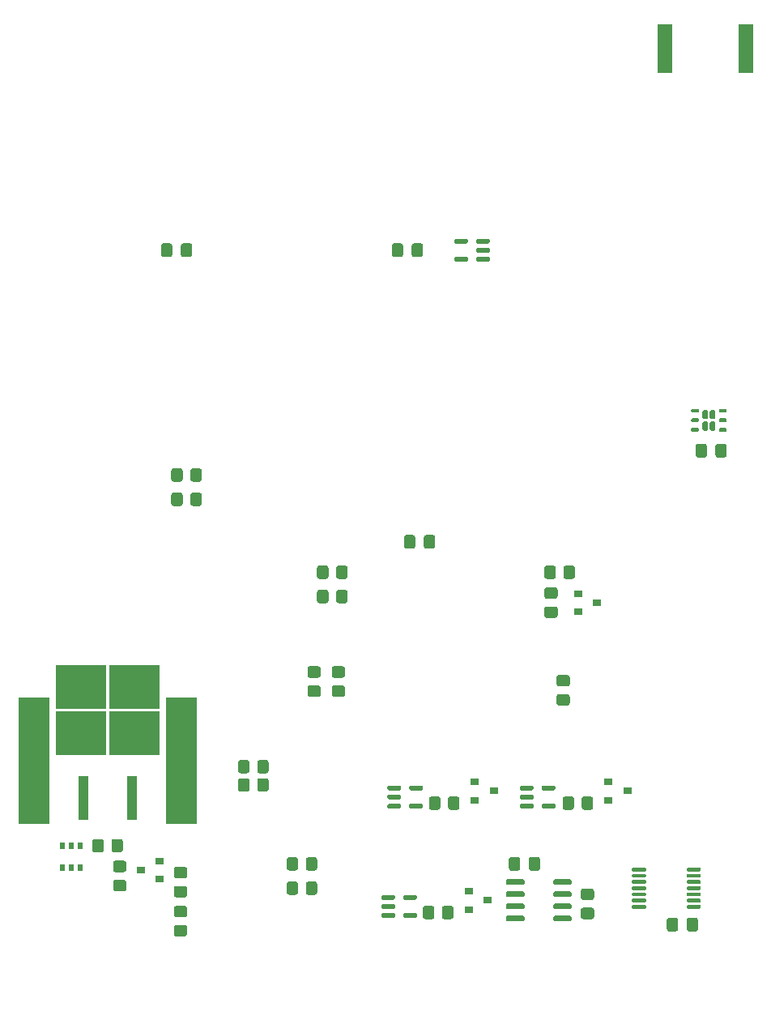
<source format=gbp>
%TF.GenerationSoftware,KiCad,Pcbnew,5.1.10*%
%TF.CreationDate,2021-06-27T23:22:59+02:00*%
%TF.ProjectId,main_v1,6d61696e-5f76-4312-9e6b-696361645f70,rev?*%
%TF.SameCoordinates,Original*%
%TF.FileFunction,Paste,Bot*%
%TF.FilePolarity,Positive*%
%FSLAX46Y46*%
G04 Gerber Fmt 4.6, Leading zero omitted, Abs format (unit mm)*
G04 Created by KiCad (PCBNEW 5.1.10) date 2021-06-27 23:22:59*
%MOMM*%
%LPD*%
G01*
G04 APERTURE LIST*
%ADD10R,3.250000X13.200000*%
%ADD11R,0.900000X0.800000*%
%ADD12R,0.510000X0.700000*%
%ADD13R,1.500000X5.080000*%
%ADD14R,5.250000X4.550000*%
%ADD15R,1.100000X4.600000*%
G04 APERTURE END LIST*
%TO.C,U22*%
G36*
G01*
X209125000Y-81475000D02*
X209125000Y-81725000D01*
G75*
G02*
X209000000Y-81850000I-125000J0D01*
G01*
X207825000Y-81850000D01*
G75*
G02*
X207700000Y-81725000I0J125000D01*
G01*
X207700000Y-81475000D01*
G75*
G02*
X207825000Y-81350000I125000J0D01*
G01*
X209000000Y-81350000D01*
G75*
G02*
X209125000Y-81475000I0J-125000D01*
G01*
G37*
G36*
G01*
X209125000Y-83375000D02*
X209125000Y-83625000D01*
G75*
G02*
X209000000Y-83750000I-125000J0D01*
G01*
X207825000Y-83750000D01*
G75*
G02*
X207700000Y-83625000I0J125000D01*
G01*
X207700000Y-83375000D01*
G75*
G02*
X207825000Y-83250000I125000J0D01*
G01*
X209000000Y-83250000D01*
G75*
G02*
X209125000Y-83375000I0J-125000D01*
G01*
G37*
G36*
G01*
X211400000Y-83375000D02*
X211400000Y-83625000D01*
G75*
G02*
X211275000Y-83750000I-125000J0D01*
G01*
X210100000Y-83750000D01*
G75*
G02*
X209975000Y-83625000I0J125000D01*
G01*
X209975000Y-83375000D01*
G75*
G02*
X210100000Y-83250000I125000J0D01*
G01*
X211275000Y-83250000D01*
G75*
G02*
X211400000Y-83375000I0J-125000D01*
G01*
G37*
G36*
G01*
X211400000Y-82425000D02*
X211400000Y-82675000D01*
G75*
G02*
X211275000Y-82800000I-125000J0D01*
G01*
X210100000Y-82800000D01*
G75*
G02*
X209975000Y-82675000I0J125000D01*
G01*
X209975000Y-82425000D01*
G75*
G02*
X210100000Y-82300000I125000J0D01*
G01*
X211275000Y-82300000D01*
G75*
G02*
X211400000Y-82425000I0J-125000D01*
G01*
G37*
G36*
G01*
X211400000Y-81475000D02*
X211400000Y-81725000D01*
G75*
G02*
X211275000Y-81850000I-125000J0D01*
G01*
X210100000Y-81850000D01*
G75*
G02*
X209975000Y-81725000I0J125000D01*
G01*
X209975000Y-81475000D01*
G75*
G02*
X210100000Y-81350000I125000J0D01*
G01*
X211275000Y-81350000D01*
G75*
G02*
X211400000Y-81475000I0J-125000D01*
G01*
G37*
%TD*%
D10*
%TO.C,HS1*%
X163750000Y-135890000D03*
X179150000Y-135890000D03*
%TD*%
%TO.C,C22*%
G36*
G01*
X203247500Y-83025000D02*
X203247500Y-82075000D01*
G75*
G02*
X203497500Y-81825000I250000J0D01*
G01*
X204172500Y-81825000D01*
G75*
G02*
X204422500Y-82075000I0J-250000D01*
G01*
X204422500Y-83025000D01*
G75*
G02*
X204172500Y-83275000I-250000J0D01*
G01*
X203497500Y-83275000D01*
G75*
G02*
X203247500Y-83025000I0J250000D01*
G01*
G37*
G36*
G01*
X201172500Y-83025000D02*
X201172500Y-82075000D01*
G75*
G02*
X201422500Y-81825000I250000J0D01*
G01*
X202097500Y-81825000D01*
G75*
G02*
X202347500Y-82075000I0J-250000D01*
G01*
X202347500Y-83025000D01*
G75*
G02*
X202097500Y-83275000I-250000J0D01*
G01*
X201422500Y-83275000D01*
G75*
G02*
X201172500Y-83025000I0J250000D01*
G01*
G37*
%TD*%
%TO.C,R30*%
G36*
G01*
X187090000Y-136975001D02*
X187090000Y-136074999D01*
G75*
G02*
X187339999Y-135825000I249999J0D01*
G01*
X188040001Y-135825000D01*
G75*
G02*
X188290000Y-136074999I0J-249999D01*
G01*
X188290000Y-136975001D01*
G75*
G02*
X188040001Y-137225000I-249999J0D01*
G01*
X187339999Y-137225000D01*
G75*
G02*
X187090000Y-136975001I0J249999D01*
G01*
G37*
G36*
G01*
X185090000Y-136975001D02*
X185090000Y-136074999D01*
G75*
G02*
X185339999Y-135825000I249999J0D01*
G01*
X186040001Y-135825000D01*
G75*
G02*
X186290000Y-136074999I0J-249999D01*
G01*
X186290000Y-136975001D01*
G75*
G02*
X186040001Y-137225000I-249999J0D01*
G01*
X185339999Y-137225000D01*
G75*
G02*
X185090000Y-136975001I0J249999D01*
G01*
G37*
%TD*%
%TO.C,R29*%
G36*
G01*
X186290000Y-137979999D02*
X186290000Y-138880001D01*
G75*
G02*
X186040001Y-139130000I-249999J0D01*
G01*
X185339999Y-139130000D01*
G75*
G02*
X185090000Y-138880001I0J249999D01*
G01*
X185090000Y-137979999D01*
G75*
G02*
X185339999Y-137730000I249999J0D01*
G01*
X186040001Y-137730000D01*
G75*
G02*
X186290000Y-137979999I0J-249999D01*
G01*
G37*
G36*
G01*
X188290000Y-137979999D02*
X188290000Y-138880001D01*
G75*
G02*
X188040001Y-139130000I-249999J0D01*
G01*
X187339999Y-139130000D01*
G75*
G02*
X187090000Y-138880001I0J249999D01*
G01*
X187090000Y-137979999D01*
G75*
G02*
X187339999Y-137730000I249999J0D01*
G01*
X188040001Y-137730000D01*
G75*
G02*
X188290000Y-137979999I0J-249999D01*
G01*
G37*
%TD*%
%TO.C,U4*%
G36*
G01*
X226270000Y-151275000D02*
X226270000Y-151075000D01*
G75*
G02*
X226370000Y-150975000I100000J0D01*
G01*
X227645000Y-150975000D01*
G75*
G02*
X227745000Y-151075000I0J-100000D01*
G01*
X227745000Y-151275000D01*
G75*
G02*
X227645000Y-151375000I-100000J0D01*
G01*
X226370000Y-151375000D01*
G75*
G02*
X226270000Y-151275000I0J100000D01*
G01*
G37*
G36*
G01*
X226270000Y-150625000D02*
X226270000Y-150425000D01*
G75*
G02*
X226370000Y-150325000I100000J0D01*
G01*
X227645000Y-150325000D01*
G75*
G02*
X227745000Y-150425000I0J-100000D01*
G01*
X227745000Y-150625000D01*
G75*
G02*
X227645000Y-150725000I-100000J0D01*
G01*
X226370000Y-150725000D01*
G75*
G02*
X226270000Y-150625000I0J100000D01*
G01*
G37*
G36*
G01*
X226270000Y-149975000D02*
X226270000Y-149775000D01*
G75*
G02*
X226370000Y-149675000I100000J0D01*
G01*
X227645000Y-149675000D01*
G75*
G02*
X227745000Y-149775000I0J-100000D01*
G01*
X227745000Y-149975000D01*
G75*
G02*
X227645000Y-150075000I-100000J0D01*
G01*
X226370000Y-150075000D01*
G75*
G02*
X226270000Y-149975000I0J100000D01*
G01*
G37*
G36*
G01*
X226270000Y-149325000D02*
X226270000Y-149125000D01*
G75*
G02*
X226370000Y-149025000I100000J0D01*
G01*
X227645000Y-149025000D01*
G75*
G02*
X227745000Y-149125000I0J-100000D01*
G01*
X227745000Y-149325000D01*
G75*
G02*
X227645000Y-149425000I-100000J0D01*
G01*
X226370000Y-149425000D01*
G75*
G02*
X226270000Y-149325000I0J100000D01*
G01*
G37*
G36*
G01*
X226270000Y-148675000D02*
X226270000Y-148475000D01*
G75*
G02*
X226370000Y-148375000I100000J0D01*
G01*
X227645000Y-148375000D01*
G75*
G02*
X227745000Y-148475000I0J-100000D01*
G01*
X227745000Y-148675000D01*
G75*
G02*
X227645000Y-148775000I-100000J0D01*
G01*
X226370000Y-148775000D01*
G75*
G02*
X226270000Y-148675000I0J100000D01*
G01*
G37*
G36*
G01*
X226270000Y-148025000D02*
X226270000Y-147825000D01*
G75*
G02*
X226370000Y-147725000I100000J0D01*
G01*
X227645000Y-147725000D01*
G75*
G02*
X227745000Y-147825000I0J-100000D01*
G01*
X227745000Y-148025000D01*
G75*
G02*
X227645000Y-148125000I-100000J0D01*
G01*
X226370000Y-148125000D01*
G75*
G02*
X226270000Y-148025000I0J100000D01*
G01*
G37*
G36*
G01*
X226270000Y-147375000D02*
X226270000Y-147175000D01*
G75*
G02*
X226370000Y-147075000I100000J0D01*
G01*
X227645000Y-147075000D01*
G75*
G02*
X227745000Y-147175000I0J-100000D01*
G01*
X227745000Y-147375000D01*
G75*
G02*
X227645000Y-147475000I-100000J0D01*
G01*
X226370000Y-147475000D01*
G75*
G02*
X226270000Y-147375000I0J100000D01*
G01*
G37*
G36*
G01*
X231995000Y-147375000D02*
X231995000Y-147175000D01*
G75*
G02*
X232095000Y-147075000I100000J0D01*
G01*
X233370000Y-147075000D01*
G75*
G02*
X233470000Y-147175000I0J-100000D01*
G01*
X233470000Y-147375000D01*
G75*
G02*
X233370000Y-147475000I-100000J0D01*
G01*
X232095000Y-147475000D01*
G75*
G02*
X231995000Y-147375000I0J100000D01*
G01*
G37*
G36*
G01*
X231995000Y-148025000D02*
X231995000Y-147825000D01*
G75*
G02*
X232095000Y-147725000I100000J0D01*
G01*
X233370000Y-147725000D01*
G75*
G02*
X233470000Y-147825000I0J-100000D01*
G01*
X233470000Y-148025000D01*
G75*
G02*
X233370000Y-148125000I-100000J0D01*
G01*
X232095000Y-148125000D01*
G75*
G02*
X231995000Y-148025000I0J100000D01*
G01*
G37*
G36*
G01*
X231995000Y-148675000D02*
X231995000Y-148475000D01*
G75*
G02*
X232095000Y-148375000I100000J0D01*
G01*
X233370000Y-148375000D01*
G75*
G02*
X233470000Y-148475000I0J-100000D01*
G01*
X233470000Y-148675000D01*
G75*
G02*
X233370000Y-148775000I-100000J0D01*
G01*
X232095000Y-148775000D01*
G75*
G02*
X231995000Y-148675000I0J100000D01*
G01*
G37*
G36*
G01*
X231995000Y-149325000D02*
X231995000Y-149125000D01*
G75*
G02*
X232095000Y-149025000I100000J0D01*
G01*
X233370000Y-149025000D01*
G75*
G02*
X233470000Y-149125000I0J-100000D01*
G01*
X233470000Y-149325000D01*
G75*
G02*
X233370000Y-149425000I-100000J0D01*
G01*
X232095000Y-149425000D01*
G75*
G02*
X231995000Y-149325000I0J100000D01*
G01*
G37*
G36*
G01*
X231995000Y-149975000D02*
X231995000Y-149775000D01*
G75*
G02*
X232095000Y-149675000I100000J0D01*
G01*
X233370000Y-149675000D01*
G75*
G02*
X233470000Y-149775000I0J-100000D01*
G01*
X233470000Y-149975000D01*
G75*
G02*
X233370000Y-150075000I-100000J0D01*
G01*
X232095000Y-150075000D01*
G75*
G02*
X231995000Y-149975000I0J100000D01*
G01*
G37*
G36*
G01*
X231995000Y-150625000D02*
X231995000Y-150425000D01*
G75*
G02*
X232095000Y-150325000I100000J0D01*
G01*
X233370000Y-150325000D01*
G75*
G02*
X233470000Y-150425000I0J-100000D01*
G01*
X233470000Y-150625000D01*
G75*
G02*
X233370000Y-150725000I-100000J0D01*
G01*
X232095000Y-150725000D01*
G75*
G02*
X231995000Y-150625000I0J100000D01*
G01*
G37*
G36*
G01*
X231995000Y-151275000D02*
X231995000Y-151075000D01*
G75*
G02*
X232095000Y-150975000I100000J0D01*
G01*
X233370000Y-150975000D01*
G75*
G02*
X233470000Y-151075000I0J-100000D01*
G01*
X233470000Y-151275000D01*
G75*
G02*
X233370000Y-151375000I-100000J0D01*
G01*
X232095000Y-151375000D01*
G75*
G02*
X231995000Y-151275000I0J100000D01*
G01*
G37*
%TD*%
%TO.C,C20*%
G36*
G01*
X231992500Y-153510000D02*
X231992500Y-152560000D01*
G75*
G02*
X232242500Y-152310000I250000J0D01*
G01*
X232917500Y-152310000D01*
G75*
G02*
X233167500Y-152560000I0J-250000D01*
G01*
X233167500Y-153510000D01*
G75*
G02*
X232917500Y-153760000I-250000J0D01*
G01*
X232242500Y-153760000D01*
G75*
G02*
X231992500Y-153510000I0J250000D01*
G01*
G37*
G36*
G01*
X229917500Y-153510000D02*
X229917500Y-152560000D01*
G75*
G02*
X230167500Y-152310000I250000J0D01*
G01*
X230842500Y-152310000D01*
G75*
G02*
X231092500Y-152560000I0J-250000D01*
G01*
X231092500Y-153510000D01*
G75*
G02*
X230842500Y-153760000I-250000J0D01*
G01*
X230167500Y-153760000D01*
G75*
G02*
X229917500Y-153510000I0J250000D01*
G01*
G37*
%TD*%
%TO.C,R41*%
G36*
G01*
X219525001Y-128140000D02*
X218624999Y-128140000D01*
G75*
G02*
X218375000Y-127890001I0J249999D01*
G01*
X218375000Y-127189999D01*
G75*
G02*
X218624999Y-126940000I249999J0D01*
G01*
X219525001Y-126940000D01*
G75*
G02*
X219775000Y-127189999I0J-249999D01*
G01*
X219775000Y-127890001D01*
G75*
G02*
X219525001Y-128140000I-249999J0D01*
G01*
G37*
G36*
G01*
X219525001Y-130140000D02*
X218624999Y-130140000D01*
G75*
G02*
X218375000Y-129890001I0J249999D01*
G01*
X218375000Y-129189999D01*
G75*
G02*
X218624999Y-128940000I249999J0D01*
G01*
X219525001Y-128940000D01*
G75*
G02*
X219775000Y-129189999I0J-249999D01*
G01*
X219775000Y-129890001D01*
G75*
G02*
X219525001Y-130140000I-249999J0D01*
G01*
G37*
%TD*%
%TO.C,R40*%
G36*
G01*
X179520001Y-152270000D02*
X178619999Y-152270000D01*
G75*
G02*
X178370000Y-152020001I0J249999D01*
G01*
X178370000Y-151319999D01*
G75*
G02*
X178619999Y-151070000I249999J0D01*
G01*
X179520001Y-151070000D01*
G75*
G02*
X179770000Y-151319999I0J-249999D01*
G01*
X179770000Y-152020001D01*
G75*
G02*
X179520001Y-152270000I-249999J0D01*
G01*
G37*
G36*
G01*
X179520001Y-154270000D02*
X178619999Y-154270000D01*
G75*
G02*
X178370000Y-154020001I0J249999D01*
G01*
X178370000Y-153319999D01*
G75*
G02*
X178619999Y-153070000I249999J0D01*
G01*
X179520001Y-153070000D01*
G75*
G02*
X179770000Y-153319999I0J-249999D01*
G01*
X179770000Y-154020001D01*
G75*
G02*
X179520001Y-154270000I-249999J0D01*
G01*
G37*
%TD*%
%TO.C,R39*%
G36*
G01*
X178619999Y-148990000D02*
X179520001Y-148990000D01*
G75*
G02*
X179770000Y-149239999I0J-249999D01*
G01*
X179770000Y-149940001D01*
G75*
G02*
X179520001Y-150190000I-249999J0D01*
G01*
X178619999Y-150190000D01*
G75*
G02*
X178370000Y-149940001I0J249999D01*
G01*
X178370000Y-149239999D01*
G75*
G02*
X178619999Y-148990000I249999J0D01*
G01*
G37*
G36*
G01*
X178619999Y-146990000D02*
X179520001Y-146990000D01*
G75*
G02*
X179770000Y-147239999I0J-249999D01*
G01*
X179770000Y-147940001D01*
G75*
G02*
X179520001Y-148190000I-249999J0D01*
G01*
X178619999Y-148190000D01*
G75*
G02*
X178370000Y-147940001I0J249999D01*
G01*
X178370000Y-147239999D01*
G75*
G02*
X178619999Y-146990000I249999J0D01*
G01*
G37*
%TD*%
%TO.C,R20*%
G36*
G01*
X172269999Y-148355000D02*
X173170001Y-148355000D01*
G75*
G02*
X173420000Y-148604999I0J-249999D01*
G01*
X173420000Y-149305001D01*
G75*
G02*
X173170001Y-149555000I-249999J0D01*
G01*
X172269999Y-149555000D01*
G75*
G02*
X172020000Y-149305001I0J249999D01*
G01*
X172020000Y-148604999D01*
G75*
G02*
X172269999Y-148355000I249999J0D01*
G01*
G37*
G36*
G01*
X172269999Y-146355000D02*
X173170001Y-146355000D01*
G75*
G02*
X173420000Y-146604999I0J-249999D01*
G01*
X173420000Y-147305001D01*
G75*
G02*
X173170001Y-147555000I-249999J0D01*
G01*
X172269999Y-147555000D01*
G75*
G02*
X172020000Y-147305001I0J249999D01*
G01*
X172020000Y-146604999D01*
G75*
G02*
X172269999Y-146355000I249999J0D01*
G01*
G37*
%TD*%
%TO.C,R4*%
G36*
G01*
X171850000Y-145230001D02*
X171850000Y-144329999D01*
G75*
G02*
X172099999Y-144080000I249999J0D01*
G01*
X172800001Y-144080000D01*
G75*
G02*
X173050000Y-144329999I0J-249999D01*
G01*
X173050000Y-145230001D01*
G75*
G02*
X172800001Y-145480000I-249999J0D01*
G01*
X172099999Y-145480000D01*
G75*
G02*
X171850000Y-145230001I0J249999D01*
G01*
G37*
G36*
G01*
X169850000Y-145230001D02*
X169850000Y-144329999D01*
G75*
G02*
X170099999Y-144080000I249999J0D01*
G01*
X170800001Y-144080000D01*
G75*
G02*
X171050000Y-144329999I0J-249999D01*
G01*
X171050000Y-145230001D01*
G75*
G02*
X170800001Y-145480000I-249999J0D01*
G01*
X170099999Y-145480000D01*
G75*
G02*
X169850000Y-145230001I0J249999D01*
G01*
G37*
%TD*%
D11*
%TO.C,Q11*%
X174895000Y-147320000D03*
X176895000Y-148270000D03*
X176895000Y-146370000D03*
%TD*%
D12*
%TO.C,Q3*%
X166690000Y-147100000D03*
X167640000Y-147100000D03*
X168590000Y-147100000D03*
X168590000Y-144780000D03*
X167640000Y-144780000D03*
X166690000Y-144780000D03*
%TD*%
%TO.C,U30*%
G36*
G01*
X234240000Y-100595000D02*
X234240000Y-101265000D01*
G75*
G02*
X234090000Y-101415000I-150000J0D01*
G01*
X233790000Y-101415000D01*
G75*
G02*
X233640000Y-101265000I0J150000D01*
G01*
X233640000Y-100595000D01*
G75*
G02*
X233790000Y-100445000I150000J0D01*
G01*
X234090000Y-100445000D01*
G75*
G02*
X234240000Y-100595000I0J-150000D01*
G01*
G37*
G36*
G01*
X234240000Y-99395000D02*
X234240000Y-100065000D01*
G75*
G02*
X234090000Y-100215000I-150000J0D01*
G01*
X233790000Y-100215000D01*
G75*
G02*
X233640000Y-100065000I0J150000D01*
G01*
X233640000Y-99395000D01*
G75*
G02*
X233790000Y-99245000I150000J0D01*
G01*
X234090000Y-99245000D01*
G75*
G02*
X234240000Y-99395000I0J-150000D01*
G01*
G37*
G36*
G01*
X234990000Y-100595000D02*
X234990000Y-101265000D01*
G75*
G02*
X234840000Y-101415000I-150000J0D01*
G01*
X234540000Y-101415000D01*
G75*
G02*
X234390000Y-101265000I0J150000D01*
G01*
X234390000Y-100595000D01*
G75*
G02*
X234540000Y-100445000I150000J0D01*
G01*
X234840000Y-100445000D01*
G75*
G02*
X234990000Y-100595000I0J-150000D01*
G01*
G37*
G36*
G01*
X234990000Y-99395000D02*
X234990000Y-100065000D01*
G75*
G02*
X234840000Y-100215000I-150000J0D01*
G01*
X234540000Y-100215000D01*
G75*
G02*
X234390000Y-100065000I0J150000D01*
G01*
X234390000Y-99395000D01*
G75*
G02*
X234540000Y-99245000I150000J0D01*
G01*
X234840000Y-99245000D01*
G75*
G02*
X234990000Y-99395000I0J-150000D01*
G01*
G37*
G36*
G01*
X233265000Y-99230000D02*
X233265000Y-99430000D01*
G75*
G02*
X233165000Y-99530000I-100000J0D01*
G01*
X232565000Y-99530000D01*
G75*
G02*
X232465000Y-99430000I0J100000D01*
G01*
X232465000Y-99230000D01*
G75*
G02*
X232565000Y-99130000I100000J0D01*
G01*
X233165000Y-99130000D01*
G75*
G02*
X233265000Y-99230000I0J-100000D01*
G01*
G37*
G36*
G01*
X233265000Y-100230000D02*
X233265000Y-100430000D01*
G75*
G02*
X233165000Y-100530000I-100000J0D01*
G01*
X232565000Y-100530000D01*
G75*
G02*
X232465000Y-100430000I0J100000D01*
G01*
X232465000Y-100230000D01*
G75*
G02*
X232565000Y-100130000I100000J0D01*
G01*
X233165000Y-100130000D01*
G75*
G02*
X233265000Y-100230000I0J-100000D01*
G01*
G37*
G36*
G01*
X233265000Y-101230000D02*
X233265000Y-101430000D01*
G75*
G02*
X233165000Y-101530000I-100000J0D01*
G01*
X232565000Y-101530000D01*
G75*
G02*
X232465000Y-101430000I0J100000D01*
G01*
X232465000Y-101230000D01*
G75*
G02*
X232565000Y-101130000I100000J0D01*
G01*
X233165000Y-101130000D01*
G75*
G02*
X233265000Y-101230000I0J-100000D01*
G01*
G37*
G36*
G01*
X236165000Y-101230000D02*
X236165000Y-101430000D01*
G75*
G02*
X236065000Y-101530000I-100000J0D01*
G01*
X235465000Y-101530000D01*
G75*
G02*
X235365000Y-101430000I0J100000D01*
G01*
X235365000Y-101230000D01*
G75*
G02*
X235465000Y-101130000I100000J0D01*
G01*
X236065000Y-101130000D01*
G75*
G02*
X236165000Y-101230000I0J-100000D01*
G01*
G37*
G36*
G01*
X236165000Y-100230000D02*
X236165000Y-100430000D01*
G75*
G02*
X236065000Y-100530000I-100000J0D01*
G01*
X235465000Y-100530000D01*
G75*
G02*
X235365000Y-100430000I0J100000D01*
G01*
X235365000Y-100230000D01*
G75*
G02*
X235465000Y-100130000I100000J0D01*
G01*
X236065000Y-100130000D01*
G75*
G02*
X236165000Y-100230000I0J-100000D01*
G01*
G37*
G36*
G01*
X236165000Y-99230000D02*
X236165000Y-99430000D01*
G75*
G02*
X236065000Y-99530000I-100000J0D01*
G01*
X235465000Y-99530000D01*
G75*
G02*
X235365000Y-99430000I0J100000D01*
G01*
X235365000Y-99230000D01*
G75*
G02*
X235465000Y-99130000I100000J0D01*
G01*
X236065000Y-99130000D01*
G75*
G02*
X236165000Y-99230000I0J-100000D01*
G01*
G37*
%TD*%
%TO.C,U21*%
G36*
G01*
X202355000Y-152205000D02*
X202355000Y-151955000D01*
G75*
G02*
X202480000Y-151830000I125000J0D01*
G01*
X203655000Y-151830000D01*
G75*
G02*
X203780000Y-151955000I0J-125000D01*
G01*
X203780000Y-152205000D01*
G75*
G02*
X203655000Y-152330000I-125000J0D01*
G01*
X202480000Y-152330000D01*
G75*
G02*
X202355000Y-152205000I0J125000D01*
G01*
G37*
G36*
G01*
X202355000Y-150305000D02*
X202355000Y-150055000D01*
G75*
G02*
X202480000Y-149930000I125000J0D01*
G01*
X203655000Y-149930000D01*
G75*
G02*
X203780000Y-150055000I0J-125000D01*
G01*
X203780000Y-150305000D01*
G75*
G02*
X203655000Y-150430000I-125000J0D01*
G01*
X202480000Y-150430000D01*
G75*
G02*
X202355000Y-150305000I0J125000D01*
G01*
G37*
G36*
G01*
X200080000Y-150305000D02*
X200080000Y-150055000D01*
G75*
G02*
X200205000Y-149930000I125000J0D01*
G01*
X201380000Y-149930000D01*
G75*
G02*
X201505000Y-150055000I0J-125000D01*
G01*
X201505000Y-150305000D01*
G75*
G02*
X201380000Y-150430000I-125000J0D01*
G01*
X200205000Y-150430000D01*
G75*
G02*
X200080000Y-150305000I0J125000D01*
G01*
G37*
G36*
G01*
X200080000Y-151255000D02*
X200080000Y-151005000D01*
G75*
G02*
X200205000Y-150880000I125000J0D01*
G01*
X201380000Y-150880000D01*
G75*
G02*
X201505000Y-151005000I0J-125000D01*
G01*
X201505000Y-151255000D01*
G75*
G02*
X201380000Y-151380000I-125000J0D01*
G01*
X200205000Y-151380000D01*
G75*
G02*
X200080000Y-151255000I0J125000D01*
G01*
G37*
G36*
G01*
X200080000Y-152205000D02*
X200080000Y-151955000D01*
G75*
G02*
X200205000Y-151830000I125000J0D01*
G01*
X201380000Y-151830000D01*
G75*
G02*
X201505000Y-151955000I0J-125000D01*
G01*
X201505000Y-152205000D01*
G75*
G02*
X201380000Y-152330000I-125000J0D01*
G01*
X200205000Y-152330000D01*
G75*
G02*
X200080000Y-152205000I0J125000D01*
G01*
G37*
%TD*%
%TO.C,U19*%
G36*
G01*
X216827500Y-140775000D02*
X216827500Y-140525000D01*
G75*
G02*
X216952500Y-140400000I125000J0D01*
G01*
X218127500Y-140400000D01*
G75*
G02*
X218252500Y-140525000I0J-125000D01*
G01*
X218252500Y-140775000D01*
G75*
G02*
X218127500Y-140900000I-125000J0D01*
G01*
X216952500Y-140900000D01*
G75*
G02*
X216827500Y-140775000I0J125000D01*
G01*
G37*
G36*
G01*
X216827500Y-138875000D02*
X216827500Y-138625000D01*
G75*
G02*
X216952500Y-138500000I125000J0D01*
G01*
X218127500Y-138500000D01*
G75*
G02*
X218252500Y-138625000I0J-125000D01*
G01*
X218252500Y-138875000D01*
G75*
G02*
X218127500Y-139000000I-125000J0D01*
G01*
X216952500Y-139000000D01*
G75*
G02*
X216827500Y-138875000I0J125000D01*
G01*
G37*
G36*
G01*
X214552500Y-138875000D02*
X214552500Y-138625000D01*
G75*
G02*
X214677500Y-138500000I125000J0D01*
G01*
X215852500Y-138500000D01*
G75*
G02*
X215977500Y-138625000I0J-125000D01*
G01*
X215977500Y-138875000D01*
G75*
G02*
X215852500Y-139000000I-125000J0D01*
G01*
X214677500Y-139000000D01*
G75*
G02*
X214552500Y-138875000I0J125000D01*
G01*
G37*
G36*
G01*
X214552500Y-139825000D02*
X214552500Y-139575000D01*
G75*
G02*
X214677500Y-139450000I125000J0D01*
G01*
X215852500Y-139450000D01*
G75*
G02*
X215977500Y-139575000I0J-125000D01*
G01*
X215977500Y-139825000D01*
G75*
G02*
X215852500Y-139950000I-125000J0D01*
G01*
X214677500Y-139950000D01*
G75*
G02*
X214552500Y-139825000I0J125000D01*
G01*
G37*
G36*
G01*
X214552500Y-140775000D02*
X214552500Y-140525000D01*
G75*
G02*
X214677500Y-140400000I125000J0D01*
G01*
X215852500Y-140400000D01*
G75*
G02*
X215977500Y-140525000I0J-125000D01*
G01*
X215977500Y-140775000D01*
G75*
G02*
X215852500Y-140900000I-125000J0D01*
G01*
X214677500Y-140900000D01*
G75*
G02*
X214552500Y-140775000I0J125000D01*
G01*
G37*
%TD*%
%TO.C,U18*%
G36*
G01*
X202990000Y-140775000D02*
X202990000Y-140525000D01*
G75*
G02*
X203115000Y-140400000I125000J0D01*
G01*
X204290000Y-140400000D01*
G75*
G02*
X204415000Y-140525000I0J-125000D01*
G01*
X204415000Y-140775000D01*
G75*
G02*
X204290000Y-140900000I-125000J0D01*
G01*
X203115000Y-140900000D01*
G75*
G02*
X202990000Y-140775000I0J125000D01*
G01*
G37*
G36*
G01*
X202990000Y-138875000D02*
X202990000Y-138625000D01*
G75*
G02*
X203115000Y-138500000I125000J0D01*
G01*
X204290000Y-138500000D01*
G75*
G02*
X204415000Y-138625000I0J-125000D01*
G01*
X204415000Y-138875000D01*
G75*
G02*
X204290000Y-139000000I-125000J0D01*
G01*
X203115000Y-139000000D01*
G75*
G02*
X202990000Y-138875000I0J125000D01*
G01*
G37*
G36*
G01*
X200715000Y-138875000D02*
X200715000Y-138625000D01*
G75*
G02*
X200840000Y-138500000I125000J0D01*
G01*
X202015000Y-138500000D01*
G75*
G02*
X202140000Y-138625000I0J-125000D01*
G01*
X202140000Y-138875000D01*
G75*
G02*
X202015000Y-139000000I-125000J0D01*
G01*
X200840000Y-139000000D01*
G75*
G02*
X200715000Y-138875000I0J125000D01*
G01*
G37*
G36*
G01*
X200715000Y-139825000D02*
X200715000Y-139575000D01*
G75*
G02*
X200840000Y-139450000I125000J0D01*
G01*
X202015000Y-139450000D01*
G75*
G02*
X202140000Y-139575000I0J-125000D01*
G01*
X202140000Y-139825000D01*
G75*
G02*
X202015000Y-139950000I-125000J0D01*
G01*
X200840000Y-139950000D01*
G75*
G02*
X200715000Y-139825000I0J125000D01*
G01*
G37*
G36*
G01*
X200715000Y-140775000D02*
X200715000Y-140525000D01*
G75*
G02*
X200840000Y-140400000I125000J0D01*
G01*
X202015000Y-140400000D01*
G75*
G02*
X202140000Y-140525000I0J-125000D01*
G01*
X202140000Y-140775000D01*
G75*
G02*
X202015000Y-140900000I-125000J0D01*
G01*
X200840000Y-140900000D01*
G75*
G02*
X200715000Y-140775000I0J125000D01*
G01*
G37*
%TD*%
%TO.C,U17*%
G36*
G01*
X218035000Y-152550000D02*
X218035000Y-152250000D01*
G75*
G02*
X218185000Y-152100000I150000J0D01*
G01*
X219835000Y-152100000D01*
G75*
G02*
X219985000Y-152250000I0J-150000D01*
G01*
X219985000Y-152550000D01*
G75*
G02*
X219835000Y-152700000I-150000J0D01*
G01*
X218185000Y-152700000D01*
G75*
G02*
X218035000Y-152550000I0J150000D01*
G01*
G37*
G36*
G01*
X218035000Y-151280000D02*
X218035000Y-150980000D01*
G75*
G02*
X218185000Y-150830000I150000J0D01*
G01*
X219835000Y-150830000D01*
G75*
G02*
X219985000Y-150980000I0J-150000D01*
G01*
X219985000Y-151280000D01*
G75*
G02*
X219835000Y-151430000I-150000J0D01*
G01*
X218185000Y-151430000D01*
G75*
G02*
X218035000Y-151280000I0J150000D01*
G01*
G37*
G36*
G01*
X218035000Y-150010000D02*
X218035000Y-149710000D01*
G75*
G02*
X218185000Y-149560000I150000J0D01*
G01*
X219835000Y-149560000D01*
G75*
G02*
X219985000Y-149710000I0J-150000D01*
G01*
X219985000Y-150010000D01*
G75*
G02*
X219835000Y-150160000I-150000J0D01*
G01*
X218185000Y-150160000D01*
G75*
G02*
X218035000Y-150010000I0J150000D01*
G01*
G37*
G36*
G01*
X218035000Y-148740000D02*
X218035000Y-148440000D01*
G75*
G02*
X218185000Y-148290000I150000J0D01*
G01*
X219835000Y-148290000D01*
G75*
G02*
X219985000Y-148440000I0J-150000D01*
G01*
X219985000Y-148740000D01*
G75*
G02*
X219835000Y-148890000I-150000J0D01*
G01*
X218185000Y-148890000D01*
G75*
G02*
X218035000Y-148740000I0J150000D01*
G01*
G37*
G36*
G01*
X213085000Y-148740000D02*
X213085000Y-148440000D01*
G75*
G02*
X213235000Y-148290000I150000J0D01*
G01*
X214885000Y-148290000D01*
G75*
G02*
X215035000Y-148440000I0J-150000D01*
G01*
X215035000Y-148740000D01*
G75*
G02*
X214885000Y-148890000I-150000J0D01*
G01*
X213235000Y-148890000D01*
G75*
G02*
X213085000Y-148740000I0J150000D01*
G01*
G37*
G36*
G01*
X213085000Y-150010000D02*
X213085000Y-149710000D01*
G75*
G02*
X213235000Y-149560000I150000J0D01*
G01*
X214885000Y-149560000D01*
G75*
G02*
X215035000Y-149710000I0J-150000D01*
G01*
X215035000Y-150010000D01*
G75*
G02*
X214885000Y-150160000I-150000J0D01*
G01*
X213235000Y-150160000D01*
G75*
G02*
X213085000Y-150010000I0J150000D01*
G01*
G37*
G36*
G01*
X213085000Y-151280000D02*
X213085000Y-150980000D01*
G75*
G02*
X213235000Y-150830000I150000J0D01*
G01*
X214885000Y-150830000D01*
G75*
G02*
X215035000Y-150980000I0J-150000D01*
G01*
X215035000Y-151280000D01*
G75*
G02*
X214885000Y-151430000I-150000J0D01*
G01*
X213235000Y-151430000D01*
G75*
G02*
X213085000Y-151280000I0J150000D01*
G01*
G37*
G36*
G01*
X213085000Y-152550000D02*
X213085000Y-152250000D01*
G75*
G02*
X213235000Y-152100000I150000J0D01*
G01*
X214885000Y-152100000D01*
G75*
G02*
X215035000Y-152250000I0J-150000D01*
G01*
X215035000Y-152550000D01*
G75*
G02*
X214885000Y-152700000I-150000J0D01*
G01*
X213235000Y-152700000D01*
G75*
G02*
X213085000Y-152550000I0J150000D01*
G01*
G37*
%TD*%
%TO.C,R24*%
G36*
G01*
X191370000Y-146234999D02*
X191370000Y-147135001D01*
G75*
G02*
X191120001Y-147385000I-249999J0D01*
G01*
X190419999Y-147385000D01*
G75*
G02*
X190170000Y-147135001I0J249999D01*
G01*
X190170000Y-146234999D01*
G75*
G02*
X190419999Y-145985000I249999J0D01*
G01*
X191120001Y-145985000D01*
G75*
G02*
X191370000Y-146234999I0J-249999D01*
G01*
G37*
G36*
G01*
X193370000Y-146234999D02*
X193370000Y-147135001D01*
G75*
G02*
X193120001Y-147385000I-249999J0D01*
G01*
X192419999Y-147385000D01*
G75*
G02*
X192170000Y-147135001I0J249999D01*
G01*
X192170000Y-146234999D01*
G75*
G02*
X192419999Y-145985000I249999J0D01*
G01*
X193120001Y-145985000D01*
G75*
G02*
X193370000Y-146234999I0J-249999D01*
G01*
G37*
%TD*%
%TO.C,R22*%
G36*
G01*
X193490001Y-127235000D02*
X192589999Y-127235000D01*
G75*
G02*
X192340000Y-126985001I0J249999D01*
G01*
X192340000Y-126284999D01*
G75*
G02*
X192589999Y-126035000I249999J0D01*
G01*
X193490001Y-126035000D01*
G75*
G02*
X193740000Y-126284999I0J-249999D01*
G01*
X193740000Y-126985001D01*
G75*
G02*
X193490001Y-127235000I-249999J0D01*
G01*
G37*
G36*
G01*
X193490001Y-129235000D02*
X192589999Y-129235000D01*
G75*
G02*
X192340000Y-128985001I0J249999D01*
G01*
X192340000Y-128284999D01*
G75*
G02*
X192589999Y-128035000I249999J0D01*
G01*
X193490001Y-128035000D01*
G75*
G02*
X193740000Y-128284999I0J-249999D01*
G01*
X193740000Y-128985001D01*
G75*
G02*
X193490001Y-129235000I-249999J0D01*
G01*
G37*
%TD*%
%TO.C,R21*%
G36*
G01*
X191370000Y-148774999D02*
X191370000Y-149675001D01*
G75*
G02*
X191120001Y-149925000I-249999J0D01*
G01*
X190419999Y-149925000D01*
G75*
G02*
X190170000Y-149675001I0J249999D01*
G01*
X190170000Y-148774999D01*
G75*
G02*
X190419999Y-148525000I249999J0D01*
G01*
X191120001Y-148525000D01*
G75*
G02*
X191370000Y-148774999I0J-249999D01*
G01*
G37*
G36*
G01*
X193370000Y-148774999D02*
X193370000Y-149675001D01*
G75*
G02*
X193120001Y-149925000I-249999J0D01*
G01*
X192419999Y-149925000D01*
G75*
G02*
X192170000Y-149675001I0J249999D01*
G01*
X192170000Y-148774999D01*
G75*
G02*
X192419999Y-148525000I249999J0D01*
G01*
X193120001Y-148525000D01*
G75*
G02*
X193370000Y-148774999I0J-249999D01*
G01*
G37*
%TD*%
%TO.C,R17*%
G36*
G01*
X206410000Y-152215001D02*
X206410000Y-151314999D01*
G75*
G02*
X206659999Y-151065000I249999J0D01*
G01*
X207360001Y-151065000D01*
G75*
G02*
X207610000Y-151314999I0J-249999D01*
G01*
X207610000Y-152215001D01*
G75*
G02*
X207360001Y-152465000I-249999J0D01*
G01*
X206659999Y-152465000D01*
G75*
G02*
X206410000Y-152215001I0J249999D01*
G01*
G37*
G36*
G01*
X204410000Y-152215001D02*
X204410000Y-151314999D01*
G75*
G02*
X204659999Y-151065000I249999J0D01*
G01*
X205360001Y-151065000D01*
G75*
G02*
X205610000Y-151314999I0J-249999D01*
G01*
X205610000Y-152215001D01*
G75*
G02*
X205360001Y-152465000I-249999J0D01*
G01*
X204659999Y-152465000D01*
G75*
G02*
X204410000Y-152215001I0J249999D01*
G01*
G37*
%TD*%
%TO.C,R14*%
G36*
G01*
X221015000Y-140785001D02*
X221015000Y-139884999D01*
G75*
G02*
X221264999Y-139635000I249999J0D01*
G01*
X221965001Y-139635000D01*
G75*
G02*
X222215000Y-139884999I0J-249999D01*
G01*
X222215000Y-140785001D01*
G75*
G02*
X221965001Y-141035000I-249999J0D01*
G01*
X221264999Y-141035000D01*
G75*
G02*
X221015000Y-140785001I0J249999D01*
G01*
G37*
G36*
G01*
X219015000Y-140785001D02*
X219015000Y-139884999D01*
G75*
G02*
X219264999Y-139635000I249999J0D01*
G01*
X219965001Y-139635000D01*
G75*
G02*
X220215000Y-139884999I0J-249999D01*
G01*
X220215000Y-140785001D01*
G75*
G02*
X219965001Y-141035000I-249999J0D01*
G01*
X219264999Y-141035000D01*
G75*
G02*
X219015000Y-140785001I0J249999D01*
G01*
G37*
%TD*%
%TO.C,R13*%
G36*
G01*
X207045000Y-140785001D02*
X207045000Y-139884999D01*
G75*
G02*
X207294999Y-139635000I249999J0D01*
G01*
X207995001Y-139635000D01*
G75*
G02*
X208245000Y-139884999I0J-249999D01*
G01*
X208245000Y-140785001D01*
G75*
G02*
X207995001Y-141035000I-249999J0D01*
G01*
X207294999Y-141035000D01*
G75*
G02*
X207045000Y-140785001I0J249999D01*
G01*
G37*
G36*
G01*
X205045000Y-140785001D02*
X205045000Y-139884999D01*
G75*
G02*
X205294999Y-139635000I249999J0D01*
G01*
X205995001Y-139635000D01*
G75*
G02*
X206245000Y-139884999I0J-249999D01*
G01*
X206245000Y-140785001D01*
G75*
G02*
X205995001Y-141035000I-249999J0D01*
G01*
X205294999Y-141035000D01*
G75*
G02*
X205045000Y-140785001I0J249999D01*
G01*
G37*
%TD*%
%TO.C,R5*%
G36*
G01*
X195129999Y-128035000D02*
X196030001Y-128035000D01*
G75*
G02*
X196280000Y-128284999I0J-249999D01*
G01*
X196280000Y-128985001D01*
G75*
G02*
X196030001Y-129235000I-249999J0D01*
G01*
X195129999Y-129235000D01*
G75*
G02*
X194880000Y-128985001I0J249999D01*
G01*
X194880000Y-128284999D01*
G75*
G02*
X195129999Y-128035000I249999J0D01*
G01*
G37*
G36*
G01*
X195129999Y-126035000D02*
X196030001Y-126035000D01*
G75*
G02*
X196280000Y-126284999I0J-249999D01*
G01*
X196280000Y-126985001D01*
G75*
G02*
X196030001Y-127235000I-249999J0D01*
G01*
X195129999Y-127235000D01*
G75*
G02*
X194880000Y-126985001I0J249999D01*
G01*
X194880000Y-126284999D01*
G75*
G02*
X195129999Y-126035000I249999J0D01*
G01*
G37*
%TD*%
%TO.C,R2*%
G36*
G01*
X222065001Y-150460000D02*
X221164999Y-150460000D01*
G75*
G02*
X220915000Y-150210001I0J249999D01*
G01*
X220915000Y-149509999D01*
G75*
G02*
X221164999Y-149260000I249999J0D01*
G01*
X222065001Y-149260000D01*
G75*
G02*
X222315000Y-149509999I0J-249999D01*
G01*
X222315000Y-150210001D01*
G75*
G02*
X222065001Y-150460000I-249999J0D01*
G01*
G37*
G36*
G01*
X222065001Y-152460000D02*
X221164999Y-152460000D01*
G75*
G02*
X220915000Y-152210001I0J249999D01*
G01*
X220915000Y-151509999D01*
G75*
G02*
X221164999Y-151260000I249999J0D01*
G01*
X222065001Y-151260000D01*
G75*
G02*
X222315000Y-151509999I0J-249999D01*
G01*
X222315000Y-152210001D01*
G75*
G02*
X222065001Y-152460000I-249999J0D01*
G01*
G37*
%TD*%
D11*
%TO.C,Q7*%
X211185000Y-150495000D03*
X209185000Y-149545000D03*
X209185000Y-151445000D03*
%TD*%
%TO.C,Q5*%
X225790000Y-139065000D03*
X223790000Y-138115000D03*
X223790000Y-140015000D03*
%TD*%
%TO.C,Q4*%
X211820000Y-139065000D03*
X209820000Y-138115000D03*
X209820000Y-140015000D03*
%TD*%
D13*
%TO.C,J9*%
X229684000Y-61468000D03*
X238184000Y-61468000D03*
%TD*%
%TO.C,C18*%
G36*
G01*
X214582500Y-146210000D02*
X214582500Y-147160000D01*
G75*
G02*
X214332500Y-147410000I-250000J0D01*
G01*
X213657500Y-147410000D01*
G75*
G02*
X213407500Y-147160000I0J250000D01*
G01*
X213407500Y-146210000D01*
G75*
G02*
X213657500Y-145960000I250000J0D01*
G01*
X214332500Y-145960000D01*
G75*
G02*
X214582500Y-146210000I0J-250000D01*
G01*
G37*
G36*
G01*
X216657500Y-146210000D02*
X216657500Y-147160000D01*
G75*
G02*
X216407500Y-147410000I-250000J0D01*
G01*
X215732500Y-147410000D01*
G75*
G02*
X215482500Y-147160000I0J250000D01*
G01*
X215482500Y-146210000D01*
G75*
G02*
X215732500Y-145960000I250000J0D01*
G01*
X216407500Y-145960000D01*
G75*
G02*
X216657500Y-146210000I0J-250000D01*
G01*
G37*
%TD*%
%TO.C,C2*%
G36*
G01*
X204517500Y-113505000D02*
X204517500Y-112555000D01*
G75*
G02*
X204767500Y-112305000I250000J0D01*
G01*
X205442500Y-112305000D01*
G75*
G02*
X205692500Y-112555000I0J-250000D01*
G01*
X205692500Y-113505000D01*
G75*
G02*
X205442500Y-113755000I-250000J0D01*
G01*
X204767500Y-113755000D01*
G75*
G02*
X204517500Y-113505000I0J250000D01*
G01*
G37*
G36*
G01*
X202442500Y-113505000D02*
X202442500Y-112555000D01*
G75*
G02*
X202692500Y-112305000I250000J0D01*
G01*
X203367500Y-112305000D01*
G75*
G02*
X203617500Y-112555000I0J-250000D01*
G01*
X203617500Y-113505000D01*
G75*
G02*
X203367500Y-113755000I-250000J0D01*
G01*
X202692500Y-113755000D01*
G75*
G02*
X202442500Y-113505000I0J250000D01*
G01*
G37*
%TD*%
%TO.C,C1*%
G36*
G01*
X234097500Y-103030000D02*
X234097500Y-103980000D01*
G75*
G02*
X233847500Y-104230000I-250000J0D01*
G01*
X233172500Y-104230000D01*
G75*
G02*
X232922500Y-103980000I0J250000D01*
G01*
X232922500Y-103030000D01*
G75*
G02*
X233172500Y-102780000I250000J0D01*
G01*
X233847500Y-102780000D01*
G75*
G02*
X234097500Y-103030000I0J-250000D01*
G01*
G37*
G36*
G01*
X236172500Y-103030000D02*
X236172500Y-103980000D01*
G75*
G02*
X235922500Y-104230000I-250000J0D01*
G01*
X235247500Y-104230000D01*
G75*
G02*
X234997500Y-103980000I0J250000D01*
G01*
X234997500Y-103030000D01*
G75*
G02*
X235247500Y-102780000I250000J0D01*
G01*
X235922500Y-102780000D01*
G75*
G02*
X236172500Y-103030000I0J-250000D01*
G01*
G37*
%TD*%
%TO.C,R36*%
G36*
G01*
X195345000Y-116655001D02*
X195345000Y-115754999D01*
G75*
G02*
X195594999Y-115505000I249999J0D01*
G01*
X196295001Y-115505000D01*
G75*
G02*
X196545000Y-115754999I0J-249999D01*
G01*
X196545000Y-116655001D01*
G75*
G02*
X196295001Y-116905000I-249999J0D01*
G01*
X195594999Y-116905000D01*
G75*
G02*
X195345000Y-116655001I0J249999D01*
G01*
G37*
G36*
G01*
X193345000Y-116655001D02*
X193345000Y-115754999D01*
G75*
G02*
X193594999Y-115505000I249999J0D01*
G01*
X194295001Y-115505000D01*
G75*
G02*
X194545000Y-115754999I0J-249999D01*
G01*
X194545000Y-116655001D01*
G75*
G02*
X194295001Y-116905000I-249999J0D01*
G01*
X193594999Y-116905000D01*
G75*
G02*
X193345000Y-116655001I0J249999D01*
G01*
G37*
%TD*%
%TO.C,R35*%
G36*
G01*
X194545000Y-118294999D02*
X194545000Y-119195001D01*
G75*
G02*
X194295001Y-119445000I-249999J0D01*
G01*
X193594999Y-119445000D01*
G75*
G02*
X193345000Y-119195001I0J249999D01*
G01*
X193345000Y-118294999D01*
G75*
G02*
X193594999Y-118045000I249999J0D01*
G01*
X194295001Y-118045000D01*
G75*
G02*
X194545000Y-118294999I0J-249999D01*
G01*
G37*
G36*
G01*
X196545000Y-118294999D02*
X196545000Y-119195001D01*
G75*
G02*
X196295001Y-119445000I-249999J0D01*
G01*
X195594999Y-119445000D01*
G75*
G02*
X195345000Y-119195001I0J249999D01*
G01*
X195345000Y-118294999D01*
G75*
G02*
X195594999Y-118045000I249999J0D01*
G01*
X196295001Y-118045000D01*
G75*
G02*
X196545000Y-118294999I0J-249999D01*
G01*
G37*
%TD*%
D14*
%TO.C,U29*%
X168675000Y-133035000D03*
X174225000Y-128185000D03*
X174225000Y-133035000D03*
X168675000Y-128185000D03*
D15*
X168910000Y-139760000D03*
X173990000Y-139760000D03*
%TD*%
%TO.C,R23*%
G36*
G01*
X179305000Y-108134999D02*
X179305000Y-109035001D01*
G75*
G02*
X179055001Y-109285000I-249999J0D01*
G01*
X178354999Y-109285000D01*
G75*
G02*
X178105000Y-109035001I0J249999D01*
G01*
X178105000Y-108134999D01*
G75*
G02*
X178354999Y-107885000I249999J0D01*
G01*
X179055001Y-107885000D01*
G75*
G02*
X179305000Y-108134999I0J-249999D01*
G01*
G37*
G36*
G01*
X181305000Y-108134999D02*
X181305000Y-109035001D01*
G75*
G02*
X181055001Y-109285000I-249999J0D01*
G01*
X180354999Y-109285000D01*
G75*
G02*
X180105000Y-109035001I0J249999D01*
G01*
X180105000Y-108134999D01*
G75*
G02*
X180354999Y-107885000I249999J0D01*
G01*
X181055001Y-107885000D01*
G75*
G02*
X181305000Y-108134999I0J-249999D01*
G01*
G37*
%TD*%
%TO.C,R19*%
G36*
G01*
X179305000Y-105594999D02*
X179305000Y-106495001D01*
G75*
G02*
X179055001Y-106745000I-249999J0D01*
G01*
X178354999Y-106745000D01*
G75*
G02*
X178105000Y-106495001I0J249999D01*
G01*
X178105000Y-105594999D01*
G75*
G02*
X178354999Y-105345000I249999J0D01*
G01*
X179055001Y-105345000D01*
G75*
G02*
X179305000Y-105594999I0J-249999D01*
G01*
G37*
G36*
G01*
X181305000Y-105594999D02*
X181305000Y-106495001D01*
G75*
G02*
X181055001Y-106745000I-249999J0D01*
G01*
X180354999Y-106745000D01*
G75*
G02*
X180105000Y-106495001I0J249999D01*
G01*
X180105000Y-105594999D01*
G75*
G02*
X180354999Y-105345000I249999J0D01*
G01*
X181055001Y-105345000D01*
G75*
G02*
X181305000Y-105594999I0J-249999D01*
G01*
G37*
%TD*%
%TO.C,R9*%
G36*
G01*
X218255001Y-118980000D02*
X217354999Y-118980000D01*
G75*
G02*
X217105000Y-118730001I0J249999D01*
G01*
X217105000Y-118029999D01*
G75*
G02*
X217354999Y-117780000I249999J0D01*
G01*
X218255001Y-117780000D01*
G75*
G02*
X218505000Y-118029999I0J-249999D01*
G01*
X218505000Y-118730001D01*
G75*
G02*
X218255001Y-118980000I-249999J0D01*
G01*
G37*
G36*
G01*
X218255001Y-120980000D02*
X217354999Y-120980000D01*
G75*
G02*
X217105000Y-120730001I0J249999D01*
G01*
X217105000Y-120029999D01*
G75*
G02*
X217354999Y-119780000I249999J0D01*
G01*
X218255001Y-119780000D01*
G75*
G02*
X218505000Y-120029999I0J-249999D01*
G01*
X218505000Y-120730001D01*
G75*
G02*
X218255001Y-120980000I-249999J0D01*
G01*
G37*
%TD*%
%TO.C,R6*%
G36*
G01*
X219110000Y-116655001D02*
X219110000Y-115754999D01*
G75*
G02*
X219359999Y-115505000I249999J0D01*
G01*
X220060001Y-115505000D01*
G75*
G02*
X220310000Y-115754999I0J-249999D01*
G01*
X220310000Y-116655001D01*
G75*
G02*
X220060001Y-116905000I-249999J0D01*
G01*
X219359999Y-116905000D01*
G75*
G02*
X219110000Y-116655001I0J249999D01*
G01*
G37*
G36*
G01*
X217110000Y-116655001D02*
X217110000Y-115754999D01*
G75*
G02*
X217359999Y-115505000I249999J0D01*
G01*
X218060001Y-115505000D01*
G75*
G02*
X218310000Y-115754999I0J-249999D01*
G01*
X218310000Y-116655001D01*
G75*
G02*
X218060001Y-116905000I-249999J0D01*
G01*
X217359999Y-116905000D01*
G75*
G02*
X217110000Y-116655001I0J249999D01*
G01*
G37*
%TD*%
D11*
%TO.C,Q8*%
X222615000Y-119380000D03*
X220615000Y-118430000D03*
X220615000Y-120330000D03*
%TD*%
%TO.C,C9*%
G36*
G01*
X178217500Y-82075000D02*
X178217500Y-83025000D01*
G75*
G02*
X177967500Y-83275000I-250000J0D01*
G01*
X177292500Y-83275000D01*
G75*
G02*
X177042500Y-83025000I0J250000D01*
G01*
X177042500Y-82075000D01*
G75*
G02*
X177292500Y-81825000I250000J0D01*
G01*
X177967500Y-81825000D01*
G75*
G02*
X178217500Y-82075000I0J-250000D01*
G01*
G37*
G36*
G01*
X180292500Y-82075000D02*
X180292500Y-83025000D01*
G75*
G02*
X180042500Y-83275000I-250000J0D01*
G01*
X179367500Y-83275000D01*
G75*
G02*
X179117500Y-83025000I0J250000D01*
G01*
X179117500Y-82075000D01*
G75*
G02*
X179367500Y-81825000I250000J0D01*
G01*
X180042500Y-81825000D01*
G75*
G02*
X180292500Y-82075000I0J-250000D01*
G01*
G37*
%TD*%
M02*

</source>
